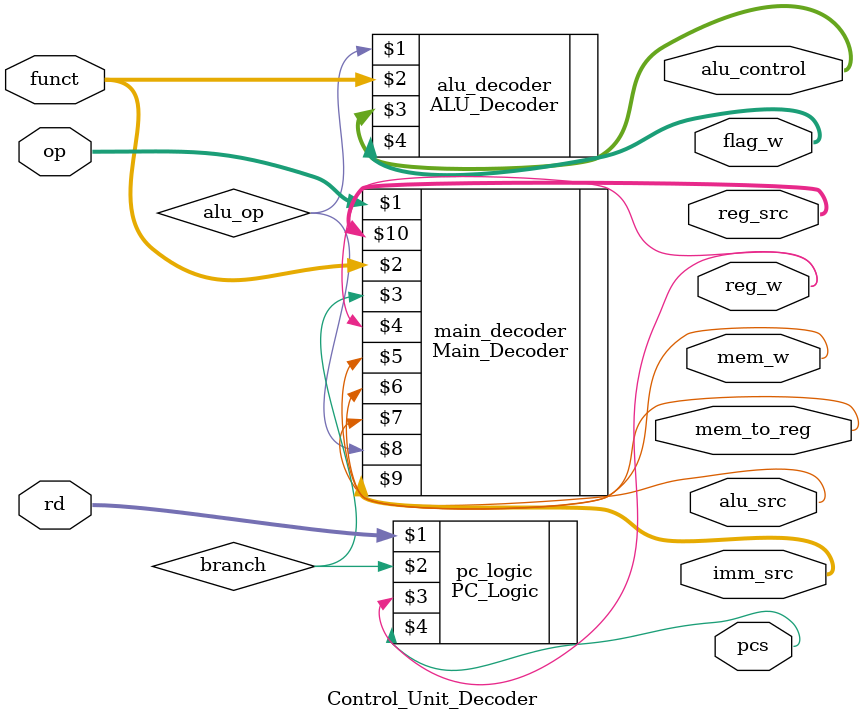
<source format=sv>
module Control_Unit_Decoder 	

(
	input logic [1:0] op,        
	input logic [5:0] funct,
	input logic [3:0] rd,
	output logic pcs,reg_w,mem_w,mem_to_reg,alu_src,
	output logic [1:0] flag_w, imm_src, reg_src, alu_control

);
	
	logic branch;
	logic alu_op;
	

	PC_Logic pc_logic(rd,branch,reg_w,pcs);
	
	Main_Decoder main_decoder(op,funct,branch,reg_w,mem_w,mem_to_reg,alu_src,alu_op,imm_src,reg_src);
	
	ALU_Decoder alu_decoder(alu_op,funct,alu_control,flag_w);
	


endmodule
</source>
